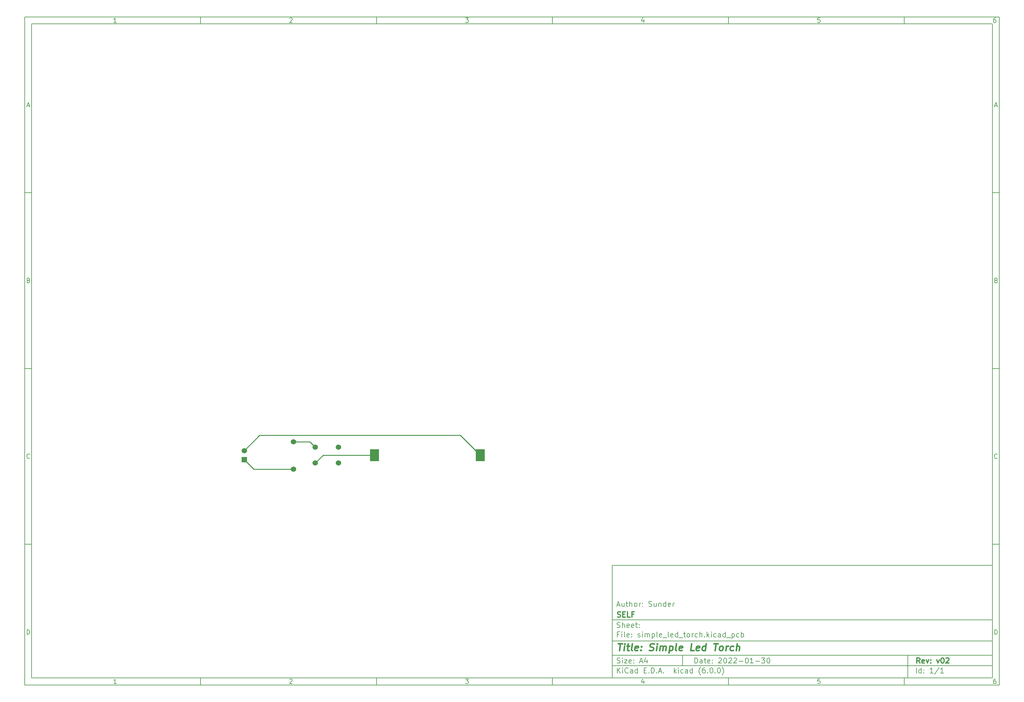
<source format=gbr>
%TF.GenerationSoftware,KiCad,Pcbnew,(6.0.0)*%
%TF.CreationDate,2022-01-30T14:03:21+05:30*%
%TF.ProjectId,simple_led_torch,73696d70-6c65-45f6-9c65-645f746f7263,v02*%
%TF.SameCoordinates,Original*%
%TF.FileFunction,Copper,L1,Top*%
%TF.FilePolarity,Positive*%
%FSLAX46Y46*%
G04 Gerber Fmt 4.6, Leading zero omitted, Abs format (unit mm)*
G04 Created by KiCad (PCBNEW (6.0.0)) date 2022-01-30 14:03:21*
%MOMM*%
%LPD*%
G01*
G04 APERTURE LIST*
%ADD10C,0.100000*%
%ADD11C,0.150000*%
%ADD12C,0.300000*%
%ADD13C,0.400000*%
%TA.AperFunction,ComponentPad*%
%ADD14C,1.524000*%
%TD*%
%TA.AperFunction,ComponentPad*%
%ADD15R,1.524000X1.524000*%
%TD*%
%TA.AperFunction,SMDPad,CuDef*%
%ADD16R,2.540000X3.510000*%
%TD*%
%TA.AperFunction,Conductor*%
%ADD17C,0.250000*%
%TD*%
G04 APERTURE END LIST*
D10*
D11*
X177002200Y-166007200D02*
X177002200Y-198007200D01*
X285002200Y-198007200D01*
X285002200Y-166007200D01*
X177002200Y-166007200D01*
D10*
D11*
X10000000Y-10000000D02*
X10000000Y-200007200D01*
X287002200Y-200007200D01*
X287002200Y-10000000D01*
X10000000Y-10000000D01*
D10*
D11*
X12000000Y-12000000D02*
X12000000Y-198007200D01*
X285002200Y-198007200D01*
X285002200Y-12000000D01*
X12000000Y-12000000D01*
D10*
D11*
X60000000Y-12000000D02*
X60000000Y-10000000D01*
D10*
D11*
X110000000Y-12000000D02*
X110000000Y-10000000D01*
D10*
D11*
X160000000Y-12000000D02*
X160000000Y-10000000D01*
D10*
D11*
X210000000Y-12000000D02*
X210000000Y-10000000D01*
D10*
D11*
X260000000Y-12000000D02*
X260000000Y-10000000D01*
D10*
D11*
X36065476Y-11588095D02*
X35322619Y-11588095D01*
X35694047Y-11588095D02*
X35694047Y-10288095D01*
X35570238Y-10473809D01*
X35446428Y-10597619D01*
X35322619Y-10659523D01*
D10*
D11*
X85322619Y-10411904D02*
X85384523Y-10350000D01*
X85508333Y-10288095D01*
X85817857Y-10288095D01*
X85941666Y-10350000D01*
X86003571Y-10411904D01*
X86065476Y-10535714D01*
X86065476Y-10659523D01*
X86003571Y-10845238D01*
X85260714Y-11588095D01*
X86065476Y-11588095D01*
D10*
D11*
X135260714Y-10288095D02*
X136065476Y-10288095D01*
X135632142Y-10783333D01*
X135817857Y-10783333D01*
X135941666Y-10845238D01*
X136003571Y-10907142D01*
X136065476Y-11030952D01*
X136065476Y-11340476D01*
X136003571Y-11464285D01*
X135941666Y-11526190D01*
X135817857Y-11588095D01*
X135446428Y-11588095D01*
X135322619Y-11526190D01*
X135260714Y-11464285D01*
D10*
D11*
X185941666Y-10721428D02*
X185941666Y-11588095D01*
X185632142Y-10226190D02*
X185322619Y-11154761D01*
X186127380Y-11154761D01*
D10*
D11*
X236003571Y-10288095D02*
X235384523Y-10288095D01*
X235322619Y-10907142D01*
X235384523Y-10845238D01*
X235508333Y-10783333D01*
X235817857Y-10783333D01*
X235941666Y-10845238D01*
X236003571Y-10907142D01*
X236065476Y-11030952D01*
X236065476Y-11340476D01*
X236003571Y-11464285D01*
X235941666Y-11526190D01*
X235817857Y-11588095D01*
X235508333Y-11588095D01*
X235384523Y-11526190D01*
X235322619Y-11464285D01*
D10*
D11*
X285941666Y-10288095D02*
X285694047Y-10288095D01*
X285570238Y-10350000D01*
X285508333Y-10411904D01*
X285384523Y-10597619D01*
X285322619Y-10845238D01*
X285322619Y-11340476D01*
X285384523Y-11464285D01*
X285446428Y-11526190D01*
X285570238Y-11588095D01*
X285817857Y-11588095D01*
X285941666Y-11526190D01*
X286003571Y-11464285D01*
X286065476Y-11340476D01*
X286065476Y-11030952D01*
X286003571Y-10907142D01*
X285941666Y-10845238D01*
X285817857Y-10783333D01*
X285570238Y-10783333D01*
X285446428Y-10845238D01*
X285384523Y-10907142D01*
X285322619Y-11030952D01*
D10*
D11*
X60000000Y-198007200D02*
X60000000Y-200007200D01*
D10*
D11*
X110000000Y-198007200D02*
X110000000Y-200007200D01*
D10*
D11*
X160000000Y-198007200D02*
X160000000Y-200007200D01*
D10*
D11*
X210000000Y-198007200D02*
X210000000Y-200007200D01*
D10*
D11*
X260000000Y-198007200D02*
X260000000Y-200007200D01*
D10*
D11*
X36065476Y-199595295D02*
X35322619Y-199595295D01*
X35694047Y-199595295D02*
X35694047Y-198295295D01*
X35570238Y-198481009D01*
X35446428Y-198604819D01*
X35322619Y-198666723D01*
D10*
D11*
X85322619Y-198419104D02*
X85384523Y-198357200D01*
X85508333Y-198295295D01*
X85817857Y-198295295D01*
X85941666Y-198357200D01*
X86003571Y-198419104D01*
X86065476Y-198542914D01*
X86065476Y-198666723D01*
X86003571Y-198852438D01*
X85260714Y-199595295D01*
X86065476Y-199595295D01*
D10*
D11*
X135260714Y-198295295D02*
X136065476Y-198295295D01*
X135632142Y-198790533D01*
X135817857Y-198790533D01*
X135941666Y-198852438D01*
X136003571Y-198914342D01*
X136065476Y-199038152D01*
X136065476Y-199347676D01*
X136003571Y-199471485D01*
X135941666Y-199533390D01*
X135817857Y-199595295D01*
X135446428Y-199595295D01*
X135322619Y-199533390D01*
X135260714Y-199471485D01*
D10*
D11*
X185941666Y-198728628D02*
X185941666Y-199595295D01*
X185632142Y-198233390D02*
X185322619Y-199161961D01*
X186127380Y-199161961D01*
D10*
D11*
X236003571Y-198295295D02*
X235384523Y-198295295D01*
X235322619Y-198914342D01*
X235384523Y-198852438D01*
X235508333Y-198790533D01*
X235817857Y-198790533D01*
X235941666Y-198852438D01*
X236003571Y-198914342D01*
X236065476Y-199038152D01*
X236065476Y-199347676D01*
X236003571Y-199471485D01*
X235941666Y-199533390D01*
X235817857Y-199595295D01*
X235508333Y-199595295D01*
X235384523Y-199533390D01*
X235322619Y-199471485D01*
D10*
D11*
X285941666Y-198295295D02*
X285694047Y-198295295D01*
X285570238Y-198357200D01*
X285508333Y-198419104D01*
X285384523Y-198604819D01*
X285322619Y-198852438D01*
X285322619Y-199347676D01*
X285384523Y-199471485D01*
X285446428Y-199533390D01*
X285570238Y-199595295D01*
X285817857Y-199595295D01*
X285941666Y-199533390D01*
X286003571Y-199471485D01*
X286065476Y-199347676D01*
X286065476Y-199038152D01*
X286003571Y-198914342D01*
X285941666Y-198852438D01*
X285817857Y-198790533D01*
X285570238Y-198790533D01*
X285446428Y-198852438D01*
X285384523Y-198914342D01*
X285322619Y-199038152D01*
D10*
D11*
X10000000Y-60000000D02*
X12000000Y-60000000D01*
D10*
D11*
X10000000Y-110000000D02*
X12000000Y-110000000D01*
D10*
D11*
X10000000Y-160000000D02*
X12000000Y-160000000D01*
D10*
D11*
X10690476Y-35216666D02*
X11309523Y-35216666D01*
X10566666Y-35588095D02*
X11000000Y-34288095D01*
X11433333Y-35588095D01*
D10*
D11*
X11092857Y-84907142D02*
X11278571Y-84969047D01*
X11340476Y-85030952D01*
X11402380Y-85154761D01*
X11402380Y-85340476D01*
X11340476Y-85464285D01*
X11278571Y-85526190D01*
X11154761Y-85588095D01*
X10659523Y-85588095D01*
X10659523Y-84288095D01*
X11092857Y-84288095D01*
X11216666Y-84350000D01*
X11278571Y-84411904D01*
X11340476Y-84535714D01*
X11340476Y-84659523D01*
X11278571Y-84783333D01*
X11216666Y-84845238D01*
X11092857Y-84907142D01*
X10659523Y-84907142D01*
D10*
D11*
X11402380Y-135464285D02*
X11340476Y-135526190D01*
X11154761Y-135588095D01*
X11030952Y-135588095D01*
X10845238Y-135526190D01*
X10721428Y-135402380D01*
X10659523Y-135278571D01*
X10597619Y-135030952D01*
X10597619Y-134845238D01*
X10659523Y-134597619D01*
X10721428Y-134473809D01*
X10845238Y-134350000D01*
X11030952Y-134288095D01*
X11154761Y-134288095D01*
X11340476Y-134350000D01*
X11402380Y-134411904D01*
D10*
D11*
X10659523Y-185588095D02*
X10659523Y-184288095D01*
X10969047Y-184288095D01*
X11154761Y-184350000D01*
X11278571Y-184473809D01*
X11340476Y-184597619D01*
X11402380Y-184845238D01*
X11402380Y-185030952D01*
X11340476Y-185278571D01*
X11278571Y-185402380D01*
X11154761Y-185526190D01*
X10969047Y-185588095D01*
X10659523Y-185588095D01*
D10*
D11*
X287002200Y-60000000D02*
X285002200Y-60000000D01*
D10*
D11*
X287002200Y-110000000D02*
X285002200Y-110000000D01*
D10*
D11*
X287002200Y-160000000D02*
X285002200Y-160000000D01*
D10*
D11*
X285692676Y-35216666D02*
X286311723Y-35216666D01*
X285568866Y-35588095D02*
X286002200Y-34288095D01*
X286435533Y-35588095D01*
D10*
D11*
X286095057Y-84907142D02*
X286280771Y-84969047D01*
X286342676Y-85030952D01*
X286404580Y-85154761D01*
X286404580Y-85340476D01*
X286342676Y-85464285D01*
X286280771Y-85526190D01*
X286156961Y-85588095D01*
X285661723Y-85588095D01*
X285661723Y-84288095D01*
X286095057Y-84288095D01*
X286218866Y-84350000D01*
X286280771Y-84411904D01*
X286342676Y-84535714D01*
X286342676Y-84659523D01*
X286280771Y-84783333D01*
X286218866Y-84845238D01*
X286095057Y-84907142D01*
X285661723Y-84907142D01*
D10*
D11*
X286404580Y-135464285D02*
X286342676Y-135526190D01*
X286156961Y-135588095D01*
X286033152Y-135588095D01*
X285847438Y-135526190D01*
X285723628Y-135402380D01*
X285661723Y-135278571D01*
X285599819Y-135030952D01*
X285599819Y-134845238D01*
X285661723Y-134597619D01*
X285723628Y-134473809D01*
X285847438Y-134350000D01*
X286033152Y-134288095D01*
X286156961Y-134288095D01*
X286342676Y-134350000D01*
X286404580Y-134411904D01*
D10*
D11*
X285661723Y-185588095D02*
X285661723Y-184288095D01*
X285971247Y-184288095D01*
X286156961Y-184350000D01*
X286280771Y-184473809D01*
X286342676Y-184597619D01*
X286404580Y-184845238D01*
X286404580Y-185030952D01*
X286342676Y-185278571D01*
X286280771Y-185402380D01*
X286156961Y-185526190D01*
X285971247Y-185588095D01*
X285661723Y-185588095D01*
D10*
D11*
X200434342Y-193785771D02*
X200434342Y-192285771D01*
X200791485Y-192285771D01*
X201005771Y-192357200D01*
X201148628Y-192500057D01*
X201220057Y-192642914D01*
X201291485Y-192928628D01*
X201291485Y-193142914D01*
X201220057Y-193428628D01*
X201148628Y-193571485D01*
X201005771Y-193714342D01*
X200791485Y-193785771D01*
X200434342Y-193785771D01*
X202577200Y-193785771D02*
X202577200Y-193000057D01*
X202505771Y-192857200D01*
X202362914Y-192785771D01*
X202077200Y-192785771D01*
X201934342Y-192857200D01*
X202577200Y-193714342D02*
X202434342Y-193785771D01*
X202077200Y-193785771D01*
X201934342Y-193714342D01*
X201862914Y-193571485D01*
X201862914Y-193428628D01*
X201934342Y-193285771D01*
X202077200Y-193214342D01*
X202434342Y-193214342D01*
X202577200Y-193142914D01*
X203077200Y-192785771D02*
X203648628Y-192785771D01*
X203291485Y-192285771D02*
X203291485Y-193571485D01*
X203362914Y-193714342D01*
X203505771Y-193785771D01*
X203648628Y-193785771D01*
X204720057Y-193714342D02*
X204577200Y-193785771D01*
X204291485Y-193785771D01*
X204148628Y-193714342D01*
X204077200Y-193571485D01*
X204077200Y-193000057D01*
X204148628Y-192857200D01*
X204291485Y-192785771D01*
X204577200Y-192785771D01*
X204720057Y-192857200D01*
X204791485Y-193000057D01*
X204791485Y-193142914D01*
X204077200Y-193285771D01*
X205434342Y-193642914D02*
X205505771Y-193714342D01*
X205434342Y-193785771D01*
X205362914Y-193714342D01*
X205434342Y-193642914D01*
X205434342Y-193785771D01*
X205434342Y-192857200D02*
X205505771Y-192928628D01*
X205434342Y-193000057D01*
X205362914Y-192928628D01*
X205434342Y-192857200D01*
X205434342Y-193000057D01*
X207220057Y-192428628D02*
X207291485Y-192357200D01*
X207434342Y-192285771D01*
X207791485Y-192285771D01*
X207934342Y-192357200D01*
X208005771Y-192428628D01*
X208077200Y-192571485D01*
X208077200Y-192714342D01*
X208005771Y-192928628D01*
X207148628Y-193785771D01*
X208077200Y-193785771D01*
X209005771Y-192285771D02*
X209148628Y-192285771D01*
X209291485Y-192357200D01*
X209362914Y-192428628D01*
X209434342Y-192571485D01*
X209505771Y-192857200D01*
X209505771Y-193214342D01*
X209434342Y-193500057D01*
X209362914Y-193642914D01*
X209291485Y-193714342D01*
X209148628Y-193785771D01*
X209005771Y-193785771D01*
X208862914Y-193714342D01*
X208791485Y-193642914D01*
X208720057Y-193500057D01*
X208648628Y-193214342D01*
X208648628Y-192857200D01*
X208720057Y-192571485D01*
X208791485Y-192428628D01*
X208862914Y-192357200D01*
X209005771Y-192285771D01*
X210077200Y-192428628D02*
X210148628Y-192357200D01*
X210291485Y-192285771D01*
X210648628Y-192285771D01*
X210791485Y-192357200D01*
X210862914Y-192428628D01*
X210934342Y-192571485D01*
X210934342Y-192714342D01*
X210862914Y-192928628D01*
X210005771Y-193785771D01*
X210934342Y-193785771D01*
X211505771Y-192428628D02*
X211577200Y-192357200D01*
X211720057Y-192285771D01*
X212077200Y-192285771D01*
X212220057Y-192357200D01*
X212291485Y-192428628D01*
X212362914Y-192571485D01*
X212362914Y-192714342D01*
X212291485Y-192928628D01*
X211434342Y-193785771D01*
X212362914Y-193785771D01*
X213005771Y-193214342D02*
X214148628Y-193214342D01*
X215148628Y-192285771D02*
X215291485Y-192285771D01*
X215434342Y-192357200D01*
X215505771Y-192428628D01*
X215577200Y-192571485D01*
X215648628Y-192857200D01*
X215648628Y-193214342D01*
X215577200Y-193500057D01*
X215505771Y-193642914D01*
X215434342Y-193714342D01*
X215291485Y-193785771D01*
X215148628Y-193785771D01*
X215005771Y-193714342D01*
X214934342Y-193642914D01*
X214862914Y-193500057D01*
X214791485Y-193214342D01*
X214791485Y-192857200D01*
X214862914Y-192571485D01*
X214934342Y-192428628D01*
X215005771Y-192357200D01*
X215148628Y-192285771D01*
X217077200Y-193785771D02*
X216220057Y-193785771D01*
X216648628Y-193785771D02*
X216648628Y-192285771D01*
X216505771Y-192500057D01*
X216362914Y-192642914D01*
X216220057Y-192714342D01*
X217720057Y-193214342D02*
X218862914Y-193214342D01*
X219434342Y-192285771D02*
X220362914Y-192285771D01*
X219862914Y-192857200D01*
X220077200Y-192857200D01*
X220220057Y-192928628D01*
X220291485Y-193000057D01*
X220362914Y-193142914D01*
X220362914Y-193500057D01*
X220291485Y-193642914D01*
X220220057Y-193714342D01*
X220077200Y-193785771D01*
X219648628Y-193785771D01*
X219505771Y-193714342D01*
X219434342Y-193642914D01*
X221291485Y-192285771D02*
X221434342Y-192285771D01*
X221577200Y-192357200D01*
X221648628Y-192428628D01*
X221720057Y-192571485D01*
X221791485Y-192857200D01*
X221791485Y-193214342D01*
X221720057Y-193500057D01*
X221648628Y-193642914D01*
X221577200Y-193714342D01*
X221434342Y-193785771D01*
X221291485Y-193785771D01*
X221148628Y-193714342D01*
X221077200Y-193642914D01*
X221005771Y-193500057D01*
X220934342Y-193214342D01*
X220934342Y-192857200D01*
X221005771Y-192571485D01*
X221077200Y-192428628D01*
X221148628Y-192357200D01*
X221291485Y-192285771D01*
D10*
D11*
X177002200Y-194507200D02*
X285002200Y-194507200D01*
D10*
D11*
X178434342Y-196585771D02*
X178434342Y-195085771D01*
X179291485Y-196585771D02*
X178648628Y-195728628D01*
X179291485Y-195085771D02*
X178434342Y-195942914D01*
X179934342Y-196585771D02*
X179934342Y-195585771D01*
X179934342Y-195085771D02*
X179862914Y-195157200D01*
X179934342Y-195228628D01*
X180005771Y-195157200D01*
X179934342Y-195085771D01*
X179934342Y-195228628D01*
X181505771Y-196442914D02*
X181434342Y-196514342D01*
X181220057Y-196585771D01*
X181077200Y-196585771D01*
X180862914Y-196514342D01*
X180720057Y-196371485D01*
X180648628Y-196228628D01*
X180577200Y-195942914D01*
X180577200Y-195728628D01*
X180648628Y-195442914D01*
X180720057Y-195300057D01*
X180862914Y-195157200D01*
X181077200Y-195085771D01*
X181220057Y-195085771D01*
X181434342Y-195157200D01*
X181505771Y-195228628D01*
X182791485Y-196585771D02*
X182791485Y-195800057D01*
X182720057Y-195657200D01*
X182577200Y-195585771D01*
X182291485Y-195585771D01*
X182148628Y-195657200D01*
X182791485Y-196514342D02*
X182648628Y-196585771D01*
X182291485Y-196585771D01*
X182148628Y-196514342D01*
X182077200Y-196371485D01*
X182077200Y-196228628D01*
X182148628Y-196085771D01*
X182291485Y-196014342D01*
X182648628Y-196014342D01*
X182791485Y-195942914D01*
X184148628Y-196585771D02*
X184148628Y-195085771D01*
X184148628Y-196514342D02*
X184005771Y-196585771D01*
X183720057Y-196585771D01*
X183577200Y-196514342D01*
X183505771Y-196442914D01*
X183434342Y-196300057D01*
X183434342Y-195871485D01*
X183505771Y-195728628D01*
X183577200Y-195657200D01*
X183720057Y-195585771D01*
X184005771Y-195585771D01*
X184148628Y-195657200D01*
X186005771Y-195800057D02*
X186505771Y-195800057D01*
X186720057Y-196585771D02*
X186005771Y-196585771D01*
X186005771Y-195085771D01*
X186720057Y-195085771D01*
X187362914Y-196442914D02*
X187434342Y-196514342D01*
X187362914Y-196585771D01*
X187291485Y-196514342D01*
X187362914Y-196442914D01*
X187362914Y-196585771D01*
X188077200Y-196585771D02*
X188077200Y-195085771D01*
X188434342Y-195085771D01*
X188648628Y-195157200D01*
X188791485Y-195300057D01*
X188862914Y-195442914D01*
X188934342Y-195728628D01*
X188934342Y-195942914D01*
X188862914Y-196228628D01*
X188791485Y-196371485D01*
X188648628Y-196514342D01*
X188434342Y-196585771D01*
X188077200Y-196585771D01*
X189577200Y-196442914D02*
X189648628Y-196514342D01*
X189577200Y-196585771D01*
X189505771Y-196514342D01*
X189577200Y-196442914D01*
X189577200Y-196585771D01*
X190220057Y-196157200D02*
X190934342Y-196157200D01*
X190077200Y-196585771D02*
X190577200Y-195085771D01*
X191077200Y-196585771D01*
X191577200Y-196442914D02*
X191648628Y-196514342D01*
X191577200Y-196585771D01*
X191505771Y-196514342D01*
X191577200Y-196442914D01*
X191577200Y-196585771D01*
X194577200Y-196585771D02*
X194577200Y-195085771D01*
X194720057Y-196014342D02*
X195148628Y-196585771D01*
X195148628Y-195585771D02*
X194577200Y-196157200D01*
X195791485Y-196585771D02*
X195791485Y-195585771D01*
X195791485Y-195085771D02*
X195720057Y-195157200D01*
X195791485Y-195228628D01*
X195862914Y-195157200D01*
X195791485Y-195085771D01*
X195791485Y-195228628D01*
X197148628Y-196514342D02*
X197005771Y-196585771D01*
X196720057Y-196585771D01*
X196577200Y-196514342D01*
X196505771Y-196442914D01*
X196434342Y-196300057D01*
X196434342Y-195871485D01*
X196505771Y-195728628D01*
X196577200Y-195657200D01*
X196720057Y-195585771D01*
X197005771Y-195585771D01*
X197148628Y-195657200D01*
X198434342Y-196585771D02*
X198434342Y-195800057D01*
X198362914Y-195657200D01*
X198220057Y-195585771D01*
X197934342Y-195585771D01*
X197791485Y-195657200D01*
X198434342Y-196514342D02*
X198291485Y-196585771D01*
X197934342Y-196585771D01*
X197791485Y-196514342D01*
X197720057Y-196371485D01*
X197720057Y-196228628D01*
X197791485Y-196085771D01*
X197934342Y-196014342D01*
X198291485Y-196014342D01*
X198434342Y-195942914D01*
X199791485Y-196585771D02*
X199791485Y-195085771D01*
X199791485Y-196514342D02*
X199648628Y-196585771D01*
X199362914Y-196585771D01*
X199220057Y-196514342D01*
X199148628Y-196442914D01*
X199077200Y-196300057D01*
X199077200Y-195871485D01*
X199148628Y-195728628D01*
X199220057Y-195657200D01*
X199362914Y-195585771D01*
X199648628Y-195585771D01*
X199791485Y-195657200D01*
X202077200Y-197157200D02*
X202005771Y-197085771D01*
X201862914Y-196871485D01*
X201791485Y-196728628D01*
X201720057Y-196514342D01*
X201648628Y-196157200D01*
X201648628Y-195871485D01*
X201720057Y-195514342D01*
X201791485Y-195300057D01*
X201862914Y-195157200D01*
X202005771Y-194942914D01*
X202077200Y-194871485D01*
X203291485Y-195085771D02*
X203005771Y-195085771D01*
X202862914Y-195157200D01*
X202791485Y-195228628D01*
X202648628Y-195442914D01*
X202577200Y-195728628D01*
X202577200Y-196300057D01*
X202648628Y-196442914D01*
X202720057Y-196514342D01*
X202862914Y-196585771D01*
X203148628Y-196585771D01*
X203291485Y-196514342D01*
X203362914Y-196442914D01*
X203434342Y-196300057D01*
X203434342Y-195942914D01*
X203362914Y-195800057D01*
X203291485Y-195728628D01*
X203148628Y-195657200D01*
X202862914Y-195657200D01*
X202720057Y-195728628D01*
X202648628Y-195800057D01*
X202577200Y-195942914D01*
X204077200Y-196442914D02*
X204148628Y-196514342D01*
X204077200Y-196585771D01*
X204005771Y-196514342D01*
X204077200Y-196442914D01*
X204077200Y-196585771D01*
X205077200Y-195085771D02*
X205220057Y-195085771D01*
X205362914Y-195157200D01*
X205434342Y-195228628D01*
X205505771Y-195371485D01*
X205577200Y-195657200D01*
X205577200Y-196014342D01*
X205505771Y-196300057D01*
X205434342Y-196442914D01*
X205362914Y-196514342D01*
X205220057Y-196585771D01*
X205077200Y-196585771D01*
X204934342Y-196514342D01*
X204862914Y-196442914D01*
X204791485Y-196300057D01*
X204720057Y-196014342D01*
X204720057Y-195657200D01*
X204791485Y-195371485D01*
X204862914Y-195228628D01*
X204934342Y-195157200D01*
X205077200Y-195085771D01*
X206220057Y-196442914D02*
X206291485Y-196514342D01*
X206220057Y-196585771D01*
X206148628Y-196514342D01*
X206220057Y-196442914D01*
X206220057Y-196585771D01*
X207220057Y-195085771D02*
X207362914Y-195085771D01*
X207505771Y-195157200D01*
X207577200Y-195228628D01*
X207648628Y-195371485D01*
X207720057Y-195657200D01*
X207720057Y-196014342D01*
X207648628Y-196300057D01*
X207577200Y-196442914D01*
X207505771Y-196514342D01*
X207362914Y-196585771D01*
X207220057Y-196585771D01*
X207077200Y-196514342D01*
X207005771Y-196442914D01*
X206934342Y-196300057D01*
X206862914Y-196014342D01*
X206862914Y-195657200D01*
X206934342Y-195371485D01*
X207005771Y-195228628D01*
X207077200Y-195157200D01*
X207220057Y-195085771D01*
X208220057Y-197157200D02*
X208291485Y-197085771D01*
X208434342Y-196871485D01*
X208505771Y-196728628D01*
X208577200Y-196514342D01*
X208648628Y-196157200D01*
X208648628Y-195871485D01*
X208577200Y-195514342D01*
X208505771Y-195300057D01*
X208434342Y-195157200D01*
X208291485Y-194942914D01*
X208220057Y-194871485D01*
D10*
D11*
X177002200Y-191507200D02*
X285002200Y-191507200D01*
D10*
D12*
X264411485Y-193785771D02*
X263911485Y-193071485D01*
X263554342Y-193785771D02*
X263554342Y-192285771D01*
X264125771Y-192285771D01*
X264268628Y-192357200D01*
X264340057Y-192428628D01*
X264411485Y-192571485D01*
X264411485Y-192785771D01*
X264340057Y-192928628D01*
X264268628Y-193000057D01*
X264125771Y-193071485D01*
X263554342Y-193071485D01*
X265625771Y-193714342D02*
X265482914Y-193785771D01*
X265197200Y-193785771D01*
X265054342Y-193714342D01*
X264982914Y-193571485D01*
X264982914Y-193000057D01*
X265054342Y-192857200D01*
X265197200Y-192785771D01*
X265482914Y-192785771D01*
X265625771Y-192857200D01*
X265697200Y-193000057D01*
X265697200Y-193142914D01*
X264982914Y-193285771D01*
X266197200Y-192785771D02*
X266554342Y-193785771D01*
X266911485Y-192785771D01*
X267482914Y-193642914D02*
X267554342Y-193714342D01*
X267482914Y-193785771D01*
X267411485Y-193714342D01*
X267482914Y-193642914D01*
X267482914Y-193785771D01*
X267482914Y-192857200D02*
X267554342Y-192928628D01*
X267482914Y-193000057D01*
X267411485Y-192928628D01*
X267482914Y-192857200D01*
X267482914Y-193000057D01*
X269197200Y-192785771D02*
X269554342Y-193785771D01*
X269911485Y-192785771D01*
X270768628Y-192285771D02*
X270911485Y-192285771D01*
X271054342Y-192357200D01*
X271125771Y-192428628D01*
X271197200Y-192571485D01*
X271268628Y-192857200D01*
X271268628Y-193214342D01*
X271197200Y-193500057D01*
X271125771Y-193642914D01*
X271054342Y-193714342D01*
X270911485Y-193785771D01*
X270768628Y-193785771D01*
X270625771Y-193714342D01*
X270554342Y-193642914D01*
X270482914Y-193500057D01*
X270411485Y-193214342D01*
X270411485Y-192857200D01*
X270482914Y-192571485D01*
X270554342Y-192428628D01*
X270625771Y-192357200D01*
X270768628Y-192285771D01*
X271840057Y-192428628D02*
X271911485Y-192357200D01*
X272054342Y-192285771D01*
X272411485Y-192285771D01*
X272554342Y-192357200D01*
X272625771Y-192428628D01*
X272697200Y-192571485D01*
X272697200Y-192714342D01*
X272625771Y-192928628D01*
X271768628Y-193785771D01*
X272697200Y-193785771D01*
D10*
D11*
X178362914Y-193714342D02*
X178577200Y-193785771D01*
X178934342Y-193785771D01*
X179077200Y-193714342D01*
X179148628Y-193642914D01*
X179220057Y-193500057D01*
X179220057Y-193357200D01*
X179148628Y-193214342D01*
X179077200Y-193142914D01*
X178934342Y-193071485D01*
X178648628Y-193000057D01*
X178505771Y-192928628D01*
X178434342Y-192857200D01*
X178362914Y-192714342D01*
X178362914Y-192571485D01*
X178434342Y-192428628D01*
X178505771Y-192357200D01*
X178648628Y-192285771D01*
X179005771Y-192285771D01*
X179220057Y-192357200D01*
X179862914Y-193785771D02*
X179862914Y-192785771D01*
X179862914Y-192285771D02*
X179791485Y-192357200D01*
X179862914Y-192428628D01*
X179934342Y-192357200D01*
X179862914Y-192285771D01*
X179862914Y-192428628D01*
X180434342Y-192785771D02*
X181220057Y-192785771D01*
X180434342Y-193785771D01*
X181220057Y-193785771D01*
X182362914Y-193714342D02*
X182220057Y-193785771D01*
X181934342Y-193785771D01*
X181791485Y-193714342D01*
X181720057Y-193571485D01*
X181720057Y-193000057D01*
X181791485Y-192857200D01*
X181934342Y-192785771D01*
X182220057Y-192785771D01*
X182362914Y-192857200D01*
X182434342Y-193000057D01*
X182434342Y-193142914D01*
X181720057Y-193285771D01*
X183077200Y-193642914D02*
X183148628Y-193714342D01*
X183077200Y-193785771D01*
X183005771Y-193714342D01*
X183077200Y-193642914D01*
X183077200Y-193785771D01*
X183077200Y-192857200D02*
X183148628Y-192928628D01*
X183077200Y-193000057D01*
X183005771Y-192928628D01*
X183077200Y-192857200D01*
X183077200Y-193000057D01*
X184862914Y-193357200D02*
X185577200Y-193357200D01*
X184720057Y-193785771D02*
X185220057Y-192285771D01*
X185720057Y-193785771D01*
X186862914Y-192785771D02*
X186862914Y-193785771D01*
X186505771Y-192214342D02*
X186148628Y-193285771D01*
X187077200Y-193285771D01*
D10*
D11*
X263434342Y-196585771D02*
X263434342Y-195085771D01*
X264791485Y-196585771D02*
X264791485Y-195085771D01*
X264791485Y-196514342D02*
X264648628Y-196585771D01*
X264362914Y-196585771D01*
X264220057Y-196514342D01*
X264148628Y-196442914D01*
X264077200Y-196300057D01*
X264077200Y-195871485D01*
X264148628Y-195728628D01*
X264220057Y-195657200D01*
X264362914Y-195585771D01*
X264648628Y-195585771D01*
X264791485Y-195657200D01*
X265505771Y-196442914D02*
X265577200Y-196514342D01*
X265505771Y-196585771D01*
X265434342Y-196514342D01*
X265505771Y-196442914D01*
X265505771Y-196585771D01*
X265505771Y-195657200D02*
X265577200Y-195728628D01*
X265505771Y-195800057D01*
X265434342Y-195728628D01*
X265505771Y-195657200D01*
X265505771Y-195800057D01*
X268148628Y-196585771D02*
X267291485Y-196585771D01*
X267720057Y-196585771D02*
X267720057Y-195085771D01*
X267577200Y-195300057D01*
X267434342Y-195442914D01*
X267291485Y-195514342D01*
X269862914Y-195014342D02*
X268577200Y-196942914D01*
X271148628Y-196585771D02*
X270291485Y-196585771D01*
X270720057Y-196585771D02*
X270720057Y-195085771D01*
X270577200Y-195300057D01*
X270434342Y-195442914D01*
X270291485Y-195514342D01*
D10*
D11*
X177002200Y-187507200D02*
X285002200Y-187507200D01*
D10*
D13*
X178714580Y-188211961D02*
X179857438Y-188211961D01*
X179036009Y-190211961D02*
X179286009Y-188211961D01*
X180274104Y-190211961D02*
X180440771Y-188878628D01*
X180524104Y-188211961D02*
X180416961Y-188307200D01*
X180500295Y-188402438D01*
X180607438Y-188307200D01*
X180524104Y-188211961D01*
X180500295Y-188402438D01*
X181107438Y-188878628D02*
X181869342Y-188878628D01*
X181476485Y-188211961D02*
X181262200Y-189926247D01*
X181333628Y-190116723D01*
X181512200Y-190211961D01*
X181702676Y-190211961D01*
X182655057Y-190211961D02*
X182476485Y-190116723D01*
X182405057Y-189926247D01*
X182619342Y-188211961D01*
X184190771Y-190116723D02*
X183988390Y-190211961D01*
X183607438Y-190211961D01*
X183428866Y-190116723D01*
X183357438Y-189926247D01*
X183452676Y-189164342D01*
X183571723Y-188973866D01*
X183774104Y-188878628D01*
X184155057Y-188878628D01*
X184333628Y-188973866D01*
X184405057Y-189164342D01*
X184381247Y-189354819D01*
X183405057Y-189545295D01*
X185155057Y-190021485D02*
X185238390Y-190116723D01*
X185131247Y-190211961D01*
X185047914Y-190116723D01*
X185155057Y-190021485D01*
X185131247Y-190211961D01*
X185286009Y-188973866D02*
X185369342Y-189069104D01*
X185262200Y-189164342D01*
X185178866Y-189069104D01*
X185286009Y-188973866D01*
X185262200Y-189164342D01*
X187524104Y-190116723D02*
X187797914Y-190211961D01*
X188274104Y-190211961D01*
X188476485Y-190116723D01*
X188583628Y-190021485D01*
X188702676Y-189831009D01*
X188726485Y-189640533D01*
X188655057Y-189450057D01*
X188571723Y-189354819D01*
X188393152Y-189259580D01*
X188024104Y-189164342D01*
X187845533Y-189069104D01*
X187762200Y-188973866D01*
X187690771Y-188783390D01*
X187714580Y-188592914D01*
X187833628Y-188402438D01*
X187940771Y-188307200D01*
X188143152Y-188211961D01*
X188619342Y-188211961D01*
X188893152Y-188307200D01*
X189512200Y-190211961D02*
X189678866Y-188878628D01*
X189762200Y-188211961D02*
X189655057Y-188307200D01*
X189738390Y-188402438D01*
X189845533Y-188307200D01*
X189762200Y-188211961D01*
X189738390Y-188402438D01*
X190464580Y-190211961D02*
X190631247Y-188878628D01*
X190607438Y-189069104D02*
X190714580Y-188973866D01*
X190916961Y-188878628D01*
X191202676Y-188878628D01*
X191381247Y-188973866D01*
X191452676Y-189164342D01*
X191321723Y-190211961D01*
X191452676Y-189164342D02*
X191571723Y-188973866D01*
X191774104Y-188878628D01*
X192059819Y-188878628D01*
X192238390Y-188973866D01*
X192309819Y-189164342D01*
X192178866Y-190211961D01*
X193297914Y-188878628D02*
X193047914Y-190878628D01*
X193286009Y-188973866D02*
X193488390Y-188878628D01*
X193869342Y-188878628D01*
X194047914Y-188973866D01*
X194131247Y-189069104D01*
X194202676Y-189259580D01*
X194131247Y-189831009D01*
X194012200Y-190021485D01*
X193905057Y-190116723D01*
X193702676Y-190211961D01*
X193321723Y-190211961D01*
X193143152Y-190116723D01*
X195226485Y-190211961D02*
X195047914Y-190116723D01*
X194976485Y-189926247D01*
X195190771Y-188211961D01*
X196762200Y-190116723D02*
X196559819Y-190211961D01*
X196178866Y-190211961D01*
X196000295Y-190116723D01*
X195928866Y-189926247D01*
X196024104Y-189164342D01*
X196143152Y-188973866D01*
X196345533Y-188878628D01*
X196726485Y-188878628D01*
X196905057Y-188973866D01*
X196976485Y-189164342D01*
X196952676Y-189354819D01*
X195976485Y-189545295D01*
X200178866Y-190211961D02*
X199226485Y-190211961D01*
X199476485Y-188211961D01*
X201619342Y-190116723D02*
X201416961Y-190211961D01*
X201036009Y-190211961D01*
X200857438Y-190116723D01*
X200786009Y-189926247D01*
X200881247Y-189164342D01*
X201000295Y-188973866D01*
X201202676Y-188878628D01*
X201583628Y-188878628D01*
X201762200Y-188973866D01*
X201833628Y-189164342D01*
X201809819Y-189354819D01*
X200833628Y-189545295D01*
X203416961Y-190211961D02*
X203666961Y-188211961D01*
X203428866Y-190116723D02*
X203226485Y-190211961D01*
X202845533Y-190211961D01*
X202666961Y-190116723D01*
X202583628Y-190021485D01*
X202512200Y-189831009D01*
X202583628Y-189259580D01*
X202702676Y-189069104D01*
X202809819Y-188973866D01*
X203012200Y-188878628D01*
X203393152Y-188878628D01*
X203571723Y-188973866D01*
X205857438Y-188211961D02*
X207000295Y-188211961D01*
X206178866Y-190211961D02*
X206428866Y-188211961D01*
X207702676Y-190211961D02*
X207524104Y-190116723D01*
X207440771Y-190021485D01*
X207369342Y-189831009D01*
X207440771Y-189259580D01*
X207559819Y-189069104D01*
X207666961Y-188973866D01*
X207869342Y-188878628D01*
X208155057Y-188878628D01*
X208333628Y-188973866D01*
X208416961Y-189069104D01*
X208488390Y-189259580D01*
X208416961Y-189831009D01*
X208297914Y-190021485D01*
X208190771Y-190116723D01*
X207988390Y-190211961D01*
X207702676Y-190211961D01*
X209226485Y-190211961D02*
X209393152Y-188878628D01*
X209345533Y-189259580D02*
X209464580Y-189069104D01*
X209571723Y-188973866D01*
X209774104Y-188878628D01*
X209964580Y-188878628D01*
X211333628Y-190116723D02*
X211131247Y-190211961D01*
X210750295Y-190211961D01*
X210571723Y-190116723D01*
X210488390Y-190021485D01*
X210416961Y-189831009D01*
X210488390Y-189259580D01*
X210607438Y-189069104D01*
X210714580Y-188973866D01*
X210916961Y-188878628D01*
X211297914Y-188878628D01*
X211476485Y-188973866D01*
X212178866Y-190211961D02*
X212428866Y-188211961D01*
X213036009Y-190211961D02*
X213166961Y-189164342D01*
X213095533Y-188973866D01*
X212916961Y-188878628D01*
X212631247Y-188878628D01*
X212428866Y-188973866D01*
X212321723Y-189069104D01*
D10*
D11*
X178934342Y-185600057D02*
X178434342Y-185600057D01*
X178434342Y-186385771D02*
X178434342Y-184885771D01*
X179148628Y-184885771D01*
X179720057Y-186385771D02*
X179720057Y-185385771D01*
X179720057Y-184885771D02*
X179648628Y-184957200D01*
X179720057Y-185028628D01*
X179791485Y-184957200D01*
X179720057Y-184885771D01*
X179720057Y-185028628D01*
X180648628Y-186385771D02*
X180505771Y-186314342D01*
X180434342Y-186171485D01*
X180434342Y-184885771D01*
X181791485Y-186314342D02*
X181648628Y-186385771D01*
X181362914Y-186385771D01*
X181220057Y-186314342D01*
X181148628Y-186171485D01*
X181148628Y-185600057D01*
X181220057Y-185457200D01*
X181362914Y-185385771D01*
X181648628Y-185385771D01*
X181791485Y-185457200D01*
X181862914Y-185600057D01*
X181862914Y-185742914D01*
X181148628Y-185885771D01*
X182505771Y-186242914D02*
X182577200Y-186314342D01*
X182505771Y-186385771D01*
X182434342Y-186314342D01*
X182505771Y-186242914D01*
X182505771Y-186385771D01*
X182505771Y-185457200D02*
X182577200Y-185528628D01*
X182505771Y-185600057D01*
X182434342Y-185528628D01*
X182505771Y-185457200D01*
X182505771Y-185600057D01*
X184291485Y-186314342D02*
X184434342Y-186385771D01*
X184720057Y-186385771D01*
X184862914Y-186314342D01*
X184934342Y-186171485D01*
X184934342Y-186100057D01*
X184862914Y-185957200D01*
X184720057Y-185885771D01*
X184505771Y-185885771D01*
X184362914Y-185814342D01*
X184291485Y-185671485D01*
X184291485Y-185600057D01*
X184362914Y-185457200D01*
X184505771Y-185385771D01*
X184720057Y-185385771D01*
X184862914Y-185457200D01*
X185577200Y-186385771D02*
X185577200Y-185385771D01*
X185577200Y-184885771D02*
X185505771Y-184957200D01*
X185577200Y-185028628D01*
X185648628Y-184957200D01*
X185577200Y-184885771D01*
X185577200Y-185028628D01*
X186291485Y-186385771D02*
X186291485Y-185385771D01*
X186291485Y-185528628D02*
X186362914Y-185457200D01*
X186505771Y-185385771D01*
X186720057Y-185385771D01*
X186862914Y-185457200D01*
X186934342Y-185600057D01*
X186934342Y-186385771D01*
X186934342Y-185600057D02*
X187005771Y-185457200D01*
X187148628Y-185385771D01*
X187362914Y-185385771D01*
X187505771Y-185457200D01*
X187577200Y-185600057D01*
X187577200Y-186385771D01*
X188291485Y-185385771D02*
X188291485Y-186885771D01*
X188291485Y-185457200D02*
X188434342Y-185385771D01*
X188720057Y-185385771D01*
X188862914Y-185457200D01*
X188934342Y-185528628D01*
X189005771Y-185671485D01*
X189005771Y-186100057D01*
X188934342Y-186242914D01*
X188862914Y-186314342D01*
X188720057Y-186385771D01*
X188434342Y-186385771D01*
X188291485Y-186314342D01*
X189862914Y-186385771D02*
X189720057Y-186314342D01*
X189648628Y-186171485D01*
X189648628Y-184885771D01*
X191005771Y-186314342D02*
X190862914Y-186385771D01*
X190577200Y-186385771D01*
X190434342Y-186314342D01*
X190362914Y-186171485D01*
X190362914Y-185600057D01*
X190434342Y-185457200D01*
X190577200Y-185385771D01*
X190862914Y-185385771D01*
X191005771Y-185457200D01*
X191077200Y-185600057D01*
X191077200Y-185742914D01*
X190362914Y-185885771D01*
X191362914Y-186528628D02*
X192505771Y-186528628D01*
X193077200Y-186385771D02*
X192934342Y-186314342D01*
X192862914Y-186171485D01*
X192862914Y-184885771D01*
X194220057Y-186314342D02*
X194077200Y-186385771D01*
X193791485Y-186385771D01*
X193648628Y-186314342D01*
X193577200Y-186171485D01*
X193577200Y-185600057D01*
X193648628Y-185457200D01*
X193791485Y-185385771D01*
X194077200Y-185385771D01*
X194220057Y-185457200D01*
X194291485Y-185600057D01*
X194291485Y-185742914D01*
X193577200Y-185885771D01*
X195577200Y-186385771D02*
X195577200Y-184885771D01*
X195577200Y-186314342D02*
X195434342Y-186385771D01*
X195148628Y-186385771D01*
X195005771Y-186314342D01*
X194934342Y-186242914D01*
X194862914Y-186100057D01*
X194862914Y-185671485D01*
X194934342Y-185528628D01*
X195005771Y-185457200D01*
X195148628Y-185385771D01*
X195434342Y-185385771D01*
X195577200Y-185457200D01*
X195934342Y-186528628D02*
X197077200Y-186528628D01*
X197220057Y-185385771D02*
X197791485Y-185385771D01*
X197434342Y-184885771D02*
X197434342Y-186171485D01*
X197505771Y-186314342D01*
X197648628Y-186385771D01*
X197791485Y-186385771D01*
X198505771Y-186385771D02*
X198362914Y-186314342D01*
X198291485Y-186242914D01*
X198220057Y-186100057D01*
X198220057Y-185671485D01*
X198291485Y-185528628D01*
X198362914Y-185457200D01*
X198505771Y-185385771D01*
X198720057Y-185385771D01*
X198862914Y-185457200D01*
X198934342Y-185528628D01*
X199005771Y-185671485D01*
X199005771Y-186100057D01*
X198934342Y-186242914D01*
X198862914Y-186314342D01*
X198720057Y-186385771D01*
X198505771Y-186385771D01*
X199648628Y-186385771D02*
X199648628Y-185385771D01*
X199648628Y-185671485D02*
X199720057Y-185528628D01*
X199791485Y-185457200D01*
X199934342Y-185385771D01*
X200077200Y-185385771D01*
X201220057Y-186314342D02*
X201077200Y-186385771D01*
X200791485Y-186385771D01*
X200648628Y-186314342D01*
X200577200Y-186242914D01*
X200505771Y-186100057D01*
X200505771Y-185671485D01*
X200577200Y-185528628D01*
X200648628Y-185457200D01*
X200791485Y-185385771D01*
X201077200Y-185385771D01*
X201220057Y-185457200D01*
X201862914Y-186385771D02*
X201862914Y-184885771D01*
X202505771Y-186385771D02*
X202505771Y-185600057D01*
X202434342Y-185457200D01*
X202291485Y-185385771D01*
X202077200Y-185385771D01*
X201934342Y-185457200D01*
X201862914Y-185528628D01*
X203220057Y-186242914D02*
X203291485Y-186314342D01*
X203220057Y-186385771D01*
X203148628Y-186314342D01*
X203220057Y-186242914D01*
X203220057Y-186385771D01*
X203934342Y-186385771D02*
X203934342Y-184885771D01*
X204077200Y-185814342D02*
X204505771Y-186385771D01*
X204505771Y-185385771D02*
X203934342Y-185957200D01*
X205148628Y-186385771D02*
X205148628Y-185385771D01*
X205148628Y-184885771D02*
X205077200Y-184957200D01*
X205148628Y-185028628D01*
X205220057Y-184957200D01*
X205148628Y-184885771D01*
X205148628Y-185028628D01*
X206505771Y-186314342D02*
X206362914Y-186385771D01*
X206077200Y-186385771D01*
X205934342Y-186314342D01*
X205862914Y-186242914D01*
X205791485Y-186100057D01*
X205791485Y-185671485D01*
X205862914Y-185528628D01*
X205934342Y-185457200D01*
X206077200Y-185385771D01*
X206362914Y-185385771D01*
X206505771Y-185457200D01*
X207791485Y-186385771D02*
X207791485Y-185600057D01*
X207720057Y-185457200D01*
X207577200Y-185385771D01*
X207291485Y-185385771D01*
X207148628Y-185457200D01*
X207791485Y-186314342D02*
X207648628Y-186385771D01*
X207291485Y-186385771D01*
X207148628Y-186314342D01*
X207077200Y-186171485D01*
X207077200Y-186028628D01*
X207148628Y-185885771D01*
X207291485Y-185814342D01*
X207648628Y-185814342D01*
X207791485Y-185742914D01*
X209148628Y-186385771D02*
X209148628Y-184885771D01*
X209148628Y-186314342D02*
X209005771Y-186385771D01*
X208720057Y-186385771D01*
X208577200Y-186314342D01*
X208505771Y-186242914D01*
X208434342Y-186100057D01*
X208434342Y-185671485D01*
X208505771Y-185528628D01*
X208577200Y-185457200D01*
X208720057Y-185385771D01*
X209005771Y-185385771D01*
X209148628Y-185457200D01*
X209505771Y-186528628D02*
X210648628Y-186528628D01*
X211005771Y-185385771D02*
X211005771Y-186885771D01*
X211005771Y-185457200D02*
X211148628Y-185385771D01*
X211434342Y-185385771D01*
X211577200Y-185457200D01*
X211648628Y-185528628D01*
X211720057Y-185671485D01*
X211720057Y-186100057D01*
X211648628Y-186242914D01*
X211577200Y-186314342D01*
X211434342Y-186385771D01*
X211148628Y-186385771D01*
X211005771Y-186314342D01*
X213005771Y-186314342D02*
X212862914Y-186385771D01*
X212577200Y-186385771D01*
X212434342Y-186314342D01*
X212362914Y-186242914D01*
X212291485Y-186100057D01*
X212291485Y-185671485D01*
X212362914Y-185528628D01*
X212434342Y-185457200D01*
X212577200Y-185385771D01*
X212862914Y-185385771D01*
X213005771Y-185457200D01*
X213648628Y-186385771D02*
X213648628Y-184885771D01*
X213648628Y-185457200D02*
X213791485Y-185385771D01*
X214077200Y-185385771D01*
X214220057Y-185457200D01*
X214291485Y-185528628D01*
X214362914Y-185671485D01*
X214362914Y-186100057D01*
X214291485Y-186242914D01*
X214220057Y-186314342D01*
X214077200Y-186385771D01*
X213791485Y-186385771D01*
X213648628Y-186314342D01*
D10*
D11*
X177002200Y-181507200D02*
X285002200Y-181507200D01*
D10*
D11*
X178362914Y-183614342D02*
X178577200Y-183685771D01*
X178934342Y-183685771D01*
X179077200Y-183614342D01*
X179148628Y-183542914D01*
X179220057Y-183400057D01*
X179220057Y-183257200D01*
X179148628Y-183114342D01*
X179077200Y-183042914D01*
X178934342Y-182971485D01*
X178648628Y-182900057D01*
X178505771Y-182828628D01*
X178434342Y-182757200D01*
X178362914Y-182614342D01*
X178362914Y-182471485D01*
X178434342Y-182328628D01*
X178505771Y-182257200D01*
X178648628Y-182185771D01*
X179005771Y-182185771D01*
X179220057Y-182257200D01*
X179862914Y-183685771D02*
X179862914Y-182185771D01*
X180505771Y-183685771D02*
X180505771Y-182900057D01*
X180434342Y-182757200D01*
X180291485Y-182685771D01*
X180077200Y-182685771D01*
X179934342Y-182757200D01*
X179862914Y-182828628D01*
X181791485Y-183614342D02*
X181648628Y-183685771D01*
X181362914Y-183685771D01*
X181220057Y-183614342D01*
X181148628Y-183471485D01*
X181148628Y-182900057D01*
X181220057Y-182757200D01*
X181362914Y-182685771D01*
X181648628Y-182685771D01*
X181791485Y-182757200D01*
X181862914Y-182900057D01*
X181862914Y-183042914D01*
X181148628Y-183185771D01*
X183077200Y-183614342D02*
X182934342Y-183685771D01*
X182648628Y-183685771D01*
X182505771Y-183614342D01*
X182434342Y-183471485D01*
X182434342Y-182900057D01*
X182505771Y-182757200D01*
X182648628Y-182685771D01*
X182934342Y-182685771D01*
X183077200Y-182757200D01*
X183148628Y-182900057D01*
X183148628Y-183042914D01*
X182434342Y-183185771D01*
X183577200Y-182685771D02*
X184148628Y-182685771D01*
X183791485Y-182185771D02*
X183791485Y-183471485D01*
X183862914Y-183614342D01*
X184005771Y-183685771D01*
X184148628Y-183685771D01*
X184648628Y-183542914D02*
X184720057Y-183614342D01*
X184648628Y-183685771D01*
X184577200Y-183614342D01*
X184648628Y-183542914D01*
X184648628Y-183685771D01*
X184648628Y-182757200D02*
X184720057Y-182828628D01*
X184648628Y-182900057D01*
X184577200Y-182828628D01*
X184648628Y-182757200D01*
X184648628Y-182900057D01*
D10*
D12*
X178482914Y-180614342D02*
X178697200Y-180685771D01*
X179054342Y-180685771D01*
X179197200Y-180614342D01*
X179268628Y-180542914D01*
X179340057Y-180400057D01*
X179340057Y-180257200D01*
X179268628Y-180114342D01*
X179197200Y-180042914D01*
X179054342Y-179971485D01*
X178768628Y-179900057D01*
X178625771Y-179828628D01*
X178554342Y-179757200D01*
X178482914Y-179614342D01*
X178482914Y-179471485D01*
X178554342Y-179328628D01*
X178625771Y-179257200D01*
X178768628Y-179185771D01*
X179125771Y-179185771D01*
X179340057Y-179257200D01*
X179982914Y-179900057D02*
X180482914Y-179900057D01*
X180697200Y-180685771D02*
X179982914Y-180685771D01*
X179982914Y-179185771D01*
X180697200Y-179185771D01*
X182054342Y-180685771D02*
X181340057Y-180685771D01*
X181340057Y-179185771D01*
X183054342Y-179900057D02*
X182554342Y-179900057D01*
X182554342Y-180685771D02*
X182554342Y-179185771D01*
X183268628Y-179185771D01*
D10*
D11*
X178362914Y-177257200D02*
X179077200Y-177257200D01*
X178220057Y-177685771D02*
X178720057Y-176185771D01*
X179220057Y-177685771D01*
X180362914Y-176685771D02*
X180362914Y-177685771D01*
X179720057Y-176685771D02*
X179720057Y-177471485D01*
X179791485Y-177614342D01*
X179934342Y-177685771D01*
X180148628Y-177685771D01*
X180291485Y-177614342D01*
X180362914Y-177542914D01*
X180862914Y-176685771D02*
X181434342Y-176685771D01*
X181077200Y-176185771D02*
X181077200Y-177471485D01*
X181148628Y-177614342D01*
X181291485Y-177685771D01*
X181434342Y-177685771D01*
X181934342Y-177685771D02*
X181934342Y-176185771D01*
X182577200Y-177685771D02*
X182577200Y-176900057D01*
X182505771Y-176757200D01*
X182362914Y-176685771D01*
X182148628Y-176685771D01*
X182005771Y-176757200D01*
X181934342Y-176828628D01*
X183505771Y-177685771D02*
X183362914Y-177614342D01*
X183291485Y-177542914D01*
X183220057Y-177400057D01*
X183220057Y-176971485D01*
X183291485Y-176828628D01*
X183362914Y-176757200D01*
X183505771Y-176685771D01*
X183720057Y-176685771D01*
X183862914Y-176757200D01*
X183934342Y-176828628D01*
X184005771Y-176971485D01*
X184005771Y-177400057D01*
X183934342Y-177542914D01*
X183862914Y-177614342D01*
X183720057Y-177685771D01*
X183505771Y-177685771D01*
X184648628Y-177685771D02*
X184648628Y-176685771D01*
X184648628Y-176971485D02*
X184720057Y-176828628D01*
X184791485Y-176757200D01*
X184934342Y-176685771D01*
X185077200Y-176685771D01*
X185577200Y-177542914D02*
X185648628Y-177614342D01*
X185577200Y-177685771D01*
X185505771Y-177614342D01*
X185577200Y-177542914D01*
X185577200Y-177685771D01*
X185577200Y-176757200D02*
X185648628Y-176828628D01*
X185577200Y-176900057D01*
X185505771Y-176828628D01*
X185577200Y-176757200D01*
X185577200Y-176900057D01*
X187362914Y-177614342D02*
X187577200Y-177685771D01*
X187934342Y-177685771D01*
X188077200Y-177614342D01*
X188148628Y-177542914D01*
X188220057Y-177400057D01*
X188220057Y-177257200D01*
X188148628Y-177114342D01*
X188077200Y-177042914D01*
X187934342Y-176971485D01*
X187648628Y-176900057D01*
X187505771Y-176828628D01*
X187434342Y-176757200D01*
X187362914Y-176614342D01*
X187362914Y-176471485D01*
X187434342Y-176328628D01*
X187505771Y-176257200D01*
X187648628Y-176185771D01*
X188005771Y-176185771D01*
X188220057Y-176257200D01*
X189505771Y-176685771D02*
X189505771Y-177685771D01*
X188862914Y-176685771D02*
X188862914Y-177471485D01*
X188934342Y-177614342D01*
X189077200Y-177685771D01*
X189291485Y-177685771D01*
X189434342Y-177614342D01*
X189505771Y-177542914D01*
X190220057Y-176685771D02*
X190220057Y-177685771D01*
X190220057Y-176828628D02*
X190291485Y-176757200D01*
X190434342Y-176685771D01*
X190648628Y-176685771D01*
X190791485Y-176757200D01*
X190862914Y-176900057D01*
X190862914Y-177685771D01*
X192220057Y-177685771D02*
X192220057Y-176185771D01*
X192220057Y-177614342D02*
X192077200Y-177685771D01*
X191791485Y-177685771D01*
X191648628Y-177614342D01*
X191577200Y-177542914D01*
X191505771Y-177400057D01*
X191505771Y-176971485D01*
X191577200Y-176828628D01*
X191648628Y-176757200D01*
X191791485Y-176685771D01*
X192077200Y-176685771D01*
X192220057Y-176757200D01*
X193505771Y-177614342D02*
X193362914Y-177685771D01*
X193077200Y-177685771D01*
X192934342Y-177614342D01*
X192862914Y-177471485D01*
X192862914Y-176900057D01*
X192934342Y-176757200D01*
X193077200Y-176685771D01*
X193362914Y-176685771D01*
X193505771Y-176757200D01*
X193577200Y-176900057D01*
X193577200Y-177042914D01*
X192862914Y-177185771D01*
X194220057Y-177685771D02*
X194220057Y-176685771D01*
X194220057Y-176971485D02*
X194291485Y-176828628D01*
X194362914Y-176757200D01*
X194505771Y-176685771D01*
X194648628Y-176685771D01*
D10*
D11*
D10*
D11*
D10*
D11*
D10*
D11*
X197002200Y-191507200D02*
X197002200Y-194507200D01*
D10*
D11*
X261002200Y-191507200D02*
X261002200Y-198007200D01*
D14*
%TO.P,SW1,1*%
%TO.N,Net-(R1-Pad2)*%
X92585000Y-132370000D03*
%TO.P,SW1,2*%
%TO.N,Net-(B1-Pad1)*%
X92585000Y-136870000D03*
%TO.P,SW1,3*%
%TO.N,unconnected-(SW1-Pad3)*%
X99185000Y-132370000D03*
%TO.P,SW1,4*%
%TO.N,unconnected-(SW1-Pad4)*%
X99185000Y-136870000D03*
%TD*%
D15*
%TO.P,D1,1*%
%TO.N,Net-(D1-Pad1)*%
X72390000Y-135890000D03*
D14*
%TO.P,D1,2*%
%TO.N,Net-(B1-Pad2)*%
X72390000Y-133350000D03*
%TD*%
D16*
%TO.P,B1,1*%
%TO.N,Net-(B1-Pad1)*%
X109460000Y-134620000D03*
%TO.P,B1,2*%
%TO.N,Net-(B1-Pad2)*%
X139460000Y-134620000D03*
%TD*%
D14*
%TO.P,R1,1*%
%TO.N,Net-(D1-Pad1)*%
X86360000Y-138620000D03*
%TO.P,R1,2*%
%TO.N,Net-(R1-Pad2)*%
X86360000Y-130820000D03*
%TD*%
D17*
%TO.N,Net-(B1-Pad1)*%
X94835000Y-134620000D02*
X109460000Y-134620000D01*
X92585000Y-136870000D02*
X94835000Y-134620000D01*
%TO.N,Net-(B1-Pad2)*%
X72390000Y-133350000D02*
X76740000Y-129000000D01*
X76740000Y-129000000D02*
X133840000Y-129000000D01*
X133840000Y-129000000D02*
X139460000Y-134620000D01*
%TO.N,Net-(D1-Pad1)*%
X75120000Y-138620000D02*
X86360000Y-138620000D01*
X72390000Y-135890000D02*
X75120000Y-138620000D01*
%TO.N,Net-(R1-Pad2)*%
X86360000Y-130820000D02*
X91035000Y-130820000D01*
X91035000Y-130820000D02*
X92585000Y-132370000D01*
%TD*%
M02*

</source>
